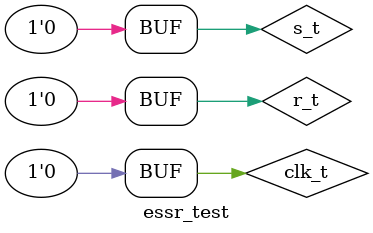
<source format=v>
`timescale 1ns / 10ps


module essr_test;
localparam T = 10;
	// Inputs
	reg s_t;
	reg r_t;
	reg clk_t;

	// Outputs
	wire Q_t;
	wire Qn_t;

	// Instantiate the Unit Under Test (UUT)
	essr uut (
		.s(s_t), 
		.r(r_t), 
		.Q(Q_t), 
		.Qn(Qn_t), 
		.clk(clk_t)
	);

always begin
             clk_t = 1'b1;
				 # (T/2);
				 clk_t = 1'b0;
				 # (T/2);
		 end

	initial begin
                  s_t = 1'b0;
						r_t = 1'b0;
						
						#T
						
						s_t = 1'b0;
						r_t = 1'b1;
						
						#T

						s_t = 1'b0;
						r_t = 1'b0;
						
						#T
						s_t = 1'b1;
						r_t = 1'b0;
						
						#T
						s_t = 1'b0;
						r_t = 1'b0;
						
						#T
						s_t = 1'b1;
						r_t = 1'b1;
						
						#T
						s_t = 1'b0;
						r_t = 1'b0;
						
						#T
						s_t = 1'b1;
						r_t = 1'b0;
						
						#T
						s_t = 1'b0;
						r_t = 1'b0;
						
						#T
						s_t = 1'b0;
						r_t = 1'b1;
						
						#T
						
						s_t = 1'b0;
						r_t = 1'b0;
						
						
                

	end
      
endmodule


</source>
